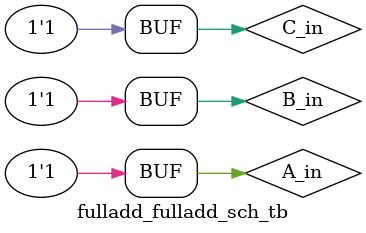
<source format=v>
`timescale 1ns / 1ps

module fulladd_fulladd_sch_tb();

// Inputs
   reg A_in;
   reg B_in;
   reg C_in;

// Output
   wire S_out;
   wire C_out;

// Bidirs

// Instantiate the UUT
   fulladd UUT (
		.A_in(A_in), 
		.B_in(B_in), 
		.C_in(C_in), 
		.S_out(S_out), 
		.C_out(C_out)
   );
// Initialize Inputs
   
       initial begin
		A_in = 0;
		B_in = 0;
		C_in = 0;
		
		#100;
		A_in=1;
		#100;
		B_in=1;
		#100;
		C_in=1;
	end
   
endmodule


</source>
